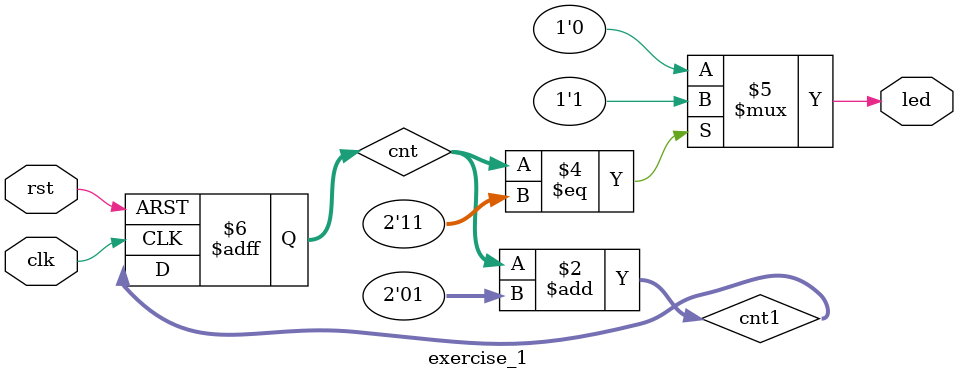
<source format=v>
module exercise_1(
input clk,rst,
output led
);
reg [1:0] cnt1;
reg [1:0] cnt;
//第一部分，纯组合逻辑生成次态
always @(*)
begin
    cnt1 = cnt + 2'b1;
end
//第二部分，把次态赋给现态
always @(posedge clk or posedge rst)
begin
    if(rst)
        cnt <= 2'b0;
    else
        cnt <= cnt1;
end
//第三部分，纯组合逻辑生成输出
assign led = (cnt == 2'b11)? 1'b1 : 1'b0;
endmodule
</source>
